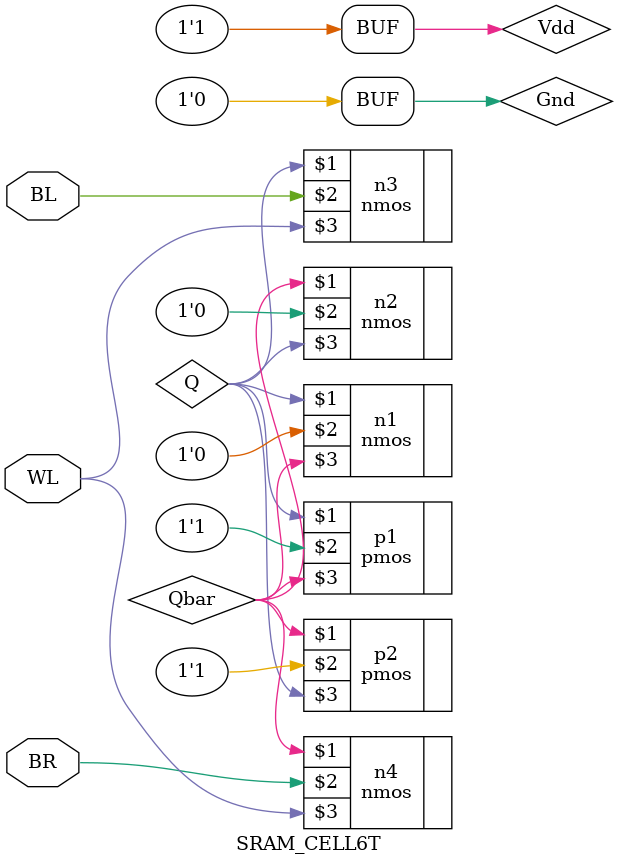
<source format=v>
`timescale 1ns / 1ps


module SRAM_CELL6T(
     input wire WL,        // Wordline (controls access transistors)
    inout wire BL, BR     // Bitlines (BL and BR are complementary)
    );
    // Define power and ground rails
    supply1 Vdd;   // acts like logic '1'
    supply0 Gnd;   // acts like logic '0'

    // Internal storage nodes
    wire Q, Qbar;

    // Cross-coupled inverters
    // Inverter 1
    pmos p1(Q, Vdd, Qbar);   // PMOS: drain=Q, source=Vdd, gate=Qbar
    nmos n1(Q, Gnd, Qbar);   // NMOS: drain=Q, source=Gnd, gate=Qbar

    // Inverter 2
    pmos p2(Qbar, Vdd, Q);   // PMOS: drain=Qbar, source=Vdd, gate=Q
    nmos n2(Qbar, Gnd, Q);   // NMOS: drain=Qbar, source=Gnd, gate=Q

    // Access transistors controlled by Wordline
    nmos n3(Q, BL, WL);      // Q <-> BL when WL=1
    nmos n4(Qbar, BR, WL);   // Qbar <-> BR when WL=1
endmodule

</source>
